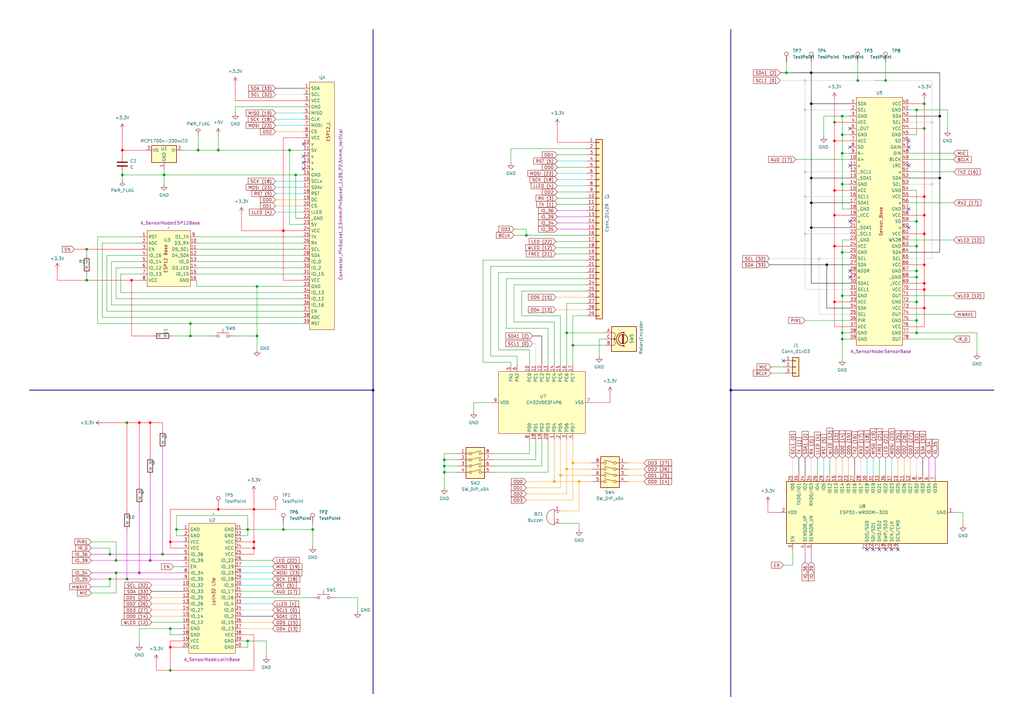
<source format=kicad_sch>
(kicad_sch (version 20230121) (generator eeschema)
  (paper "A3")
  (junction (at 379.095 126.365) (color 255 0 0 1))
  (junction (at 375.92 131.445))
  (junction (at 379.095 95.885) (color 255 0 0 1))
  (junction (at 382.27 75.565) (color 194 194 194 1))
  (junction (at 342.265 57.785) (color 255 0 0 1))
  (junction (at 339.09 108.585) (color 0 0 0 1))
  (junction (at 332.74 93.345) (color 0 0 0 1))
  (junction (at 47.625 234.95))
  (junction (at 105.41 137.795))
  (junction (at 53.975 114.935) (color 255 0 0 1))
  (junction (at 385.445 47.625) (color 0 0 0 1))
  (junction (at 379.095 80.645) (color 255 0 0 1))
  (junction (at 116.205 94.615) (color 255 0 0 1))
  (junction (at 379.095 116.205) (color 255 0 0 1))
  (junction (at 375.92 123.825))
  (junction (at 342.265 100.965) (color 255 0 0 1))
  (junction (at 330.2 70.485) (color 194 194 194 1))
  (junction (at 332.74 29.845) (color 0 0 0 1))
  (junction (at 342.265 78.105) (color 255 0 0 1))
  (junction (at 342.265 123.825) (color 255 0 0 1))
  (junction (at 104.14 222.25) (color 255 0 0 1))
  (junction (at 332.74 83.185) (color 0 0 0 1))
  (junction (at 52.07 237.49))
  (junction (at 45.085 237.49))
  (junction (at 89.535 61.595))
  (junction (at 52.07 173.355))
  (junction (at 47.625 229.87))
  (junction (at 351.79 33.02))
  (junction (at 379.095 42.545))
  (junction (at 118.745 61.595))
  (junction (at 153.035 160.02))
  (junction (at 379.095 108.585) (color 255 0 0 1))
  (junction (at 330.2 95.885) (color 194 194 194 1))
  (junction (at 375.92 136.525))
  (junction (at 78.105 137.795))
  (junction (at 345.44 139.065))
  (junction (at 81.28 61.595))
  (junction (at 182.245 193.675))
  (junction (at 385.445 73.025) (color 0 0 0 1))
  (junction (at 78.105 132.715))
  (junction (at 101.6 217.17))
  (junction (at 342.265 50.165))
  (junction (at 375.92 100.965))
  (junction (at 72.39 217.17))
  (junction (at 345.44 121.285))
  (junction (at 232.41 192.405) (color 255 153 0 1))
  (junction (at 61.595 173.355) (color 255 0 0 1))
  (junction (at 121.285 71.755))
  (junction (at 45.085 227.33))
  (junction (at 332.74 73.025) (color 0 0 0 1))
  (junction (at 345.44 62.865))
  (junction (at 69.85 257.81))
  (junction (at 345.44 55.245))
  (junction (at 67.31 71.755))
  (junction (at 375.92 113.665))
  (junction (at 330.2 45.085) (color 194 194 194 1))
  (junction (at 232.41 136.525))
  (junction (at 101.6 262.89))
  (junction (at 234.95 189.865) (color 255 153 0 1))
  (junction (at 104.14 224.79) (color 255 0 0 1))
  (junction (at 330.2 80.645) (color 194 194 194 1))
  (junction (at 66.675 227.33))
  (junction (at 69.85 274.955))
  (junction (at 335.915 106.045) (color 194 194 194 1))
  (junction (at 35.56 114.935))
  (junction (at 234.95 141.605))
  (junction (at 61.595 229.87) (color 194 0 194 1))
  (junction (at 345.44 47.625))
  (junction (at 229.87 194.945) (color 255 153 0 1))
  (junction (at 322.58 29.845))
  (junction (at 332.74 42.545) (color 0 0 0 1))
  (junction (at 35.56 102.235))
  (junction (at 382.27 50.165) (color 194 194 194 1))
  (junction (at 375.92 90.805))
  (junction (at 182.245 191.135))
  (junction (at 345.44 136.525))
  (junction (at 57.15 173.355) (color 255 0 0 1))
  (junction (at 342.265 88.265) (color 255 0 0 1))
  (junction (at 237.49 197.485) (color 255 153 0 1))
  (junction (at 215.9 96.52))
  (junction (at 182.245 188.595))
  (junction (at 227.33 197.485) (color 255 153 0 1))
  (junction (at 128.27 217.17))
  (junction (at 69.85 265.43) (color 255 0 0 1))
  (junction (at 299.72 160.02))
  (junction (at 105.41 117.475))
  (junction (at 89.535 208.915) (color 255 0 0 1))
  (junction (at 345.44 75.565))
  (junction (at 104.14 208.915) (color 255 0 0 1))
  (junction (at 379.095 52.705))
  (junction (at 379.095 118.745) (color 255 0 0 1))
  (junction (at 345.44 103.505))
  (junction (at 116.205 217.17))
  (junction (at 330.2 33.02) (color 194 194 194 1))
  (junction (at 50.165 61.595) (color 255 0 0 1))
  (junction (at 379.095 88.265) (color 255 0 0 1))
  (junction (at 375.92 45.085))
  (junction (at 50.165 71.755))
  (junction (at 375.92 111.125))
  (junction (at 363.22 33.02))
  (junction (at 69.85 222.25) (color 255 0 0 1))
  (junction (at 57.15 234.95) (color 194 0 194 1))
  (no_connect (at 124.46 64.135))
  (no_connect (at 348.615 90.805))
  (no_connect (at 358.14 225.425))
  (no_connect (at 348.615 67.945))
  (no_connect (at 372.745 93.345))
  (no_connect (at 348.615 52.705))
  (no_connect (at 348.615 113.665))
  (no_connect (at 124.46 59.055))
  (no_connect (at 360.68 225.425))
  (no_connect (at 124.46 66.675))
  (no_connect (at 365.76 225.425))
  (no_connect (at 372.745 85.725))
  (no_connect (at 372.745 67.945))
  (no_connect (at 124.46 69.215))
  (no_connect (at 372.745 57.785))
  (no_connect (at 348.615 60.325))
  (no_connect (at 321.31 147.955))
  (no_connect (at 363.22 225.425))
  (no_connect (at 348.615 111.125))
  (no_connect (at 372.745 60.325))
  (no_connect (at 368.3 225.425))
  (no_connect (at 355.6 225.425))
  (wire (pts (xy 182.245 191.135) (xy 182.245 193.675)))
  (wire (pts (xy 370.84 187.96) (xy 370.84 194.945)) (stroke (width 0) (color 255 153 0 1)))
  (wire (pts (xy 80.645 107.315) (xy 124.46 107.315)))
  (wire (pts (xy 385.445 29.845) (xy 385.445 47.625)) (stroke (width 0) (color 0 0 0 1)))
  (wire (pts (xy 337.82 194.945) (xy 337.82 187.96)) (stroke (width 0) (color 0 194 194 1)))
  (wire (pts (xy 348.615 133.985) (xy 342.265 133.985)) (stroke (width 0) (color 255 0 0 1)))
  (wire (pts (xy 62.23 247.65) (xy 74.93 247.65)) (stroke (width 0) (color 255 153 0 1)))
  (wire (pts (xy 372.745 100.965) (xy 375.92 100.965)))
  (wire (pts (xy 101.6 211.455) (xy 101.6 217.17)))
  (wire (pts (xy 61.595 173.355) (xy 61.595 187.325)) (stroke (width 0) (color 255 0 0 1)))
  (wire (pts (xy 348.615 73.025) (xy 332.74 73.025)) (stroke (width 0) (color 0 0 0 1)))
  (wire (pts (xy 332.74 116.205) (xy 332.74 93.345)) (stroke (width 0) (color 0 0 0 1)))
  (wire (pts (xy 372.745 136.525) (xy 375.92 136.525)))
  (wire (pts (xy 99.06 245.11) (xy 127.635 245.11)))
  (wire (pts (xy 320.04 33.02) (xy 330.2 33.02)) (stroke (width 0) (color 194 194 194 1)))
  (wire (pts (xy 89.535 207.645) (xy 89.535 208.915)) (stroke (width 0) (color 255 0 0 1)))
  (wire (pts (xy 227.33 132.08) (xy 227.33 149.86)))
  (wire (pts (xy 232.41 124.46) (xy 232.41 136.525)))
  (wire (pts (xy 210.82 93.98) (xy 215.9 93.98)))
  (wire (pts (xy 69.85 262.89) (xy 69.85 265.43)) (stroke (width 0) (color 255 0 0 1)))
  (wire (pts (xy 379.095 95.885) (xy 379.095 108.585)) (stroke (width 0) (color 255 0 0 1)))
  (wire (pts (xy 74.93 219.71) (xy 72.39 219.71)))
  (wire (pts (xy 41.91 99.695) (xy 41.91 130.175)))
  (wire (pts (xy 116.205 214.63) (xy 116.205 217.17)))
  (wire (pts (xy 375.92 55.245) (xy 372.745 55.245)))
  (wire (pts (xy 121.285 89.535) (xy 124.46 89.535)))
  (wire (pts (xy 113.03 81.915) (xy 124.46 81.915)) (stroke (width 0) (color 255 153 0 1)))
  (wire (pts (xy 124.46 48.895) (xy 113.03 48.895)) (stroke (width 0) (color 0 194 194 1)))
  (wire (pts (xy 372.745 45.085) (xy 375.92 45.085)))
  (wire (pts (xy 104.14 208.915) (xy 104.14 222.25)) (stroke (width 0) (color 255 0 0 1)))
  (wire (pts (xy 217.17 143.51) (xy 204.47 143.51)))
  (wire (pts (xy 347.98 194.945) (xy 347.98 187.96)) (stroke (width 0) (color 255 153 0 1)))
  (wire (pts (xy 375.92 100.965) (xy 375.92 111.125)))
  (wire (pts (xy 339.09 126.365) (xy 348.615 126.365)) (stroke (width 0) (color 0 0 0 1)))
  (wire (pts (xy 69.85 222.25) (xy 69.85 208.915)) (stroke (width 0) (color 255 0 0 1)))
  (wire (pts (xy 240.665 121.92) (xy 227.965 121.92)) (stroke (width 0) (color 255 153 0 1)))
  (wire (pts (xy 116.205 217.17) (xy 128.27 217.17)))
  (wire (pts (xy 53.975 114.935) (xy 53.975 137.795)) (stroke (width 0) (color 255 0 0 1)))
  (wire (pts (xy 30.48 102.235) (xy 35.56 102.235)) (stroke (width 0) (color 255 0 0 1)))
  (wire (pts (xy 382.27 75.565) (xy 372.745 75.565)) (stroke (width 0) (color 194 194 194 1)))
  (wire (pts (xy 43.815 127.635) (xy 124.46 127.635)))
  (wire (pts (xy 224.79 193.675) (xy 224.79 180.34)))
  (wire (pts (xy 40.005 132.715) (xy 78.105 132.715)))
  (wire (pts (xy 330.2 70.485) (xy 348.615 70.485)) (stroke (width 0) (color 194 194 194 1)))
  (wire (pts (xy 104.14 208.915) (xy 113.03 208.915)) (stroke (width 0) (color 255 0 0 1)))
  (wire (pts (xy 105.41 137.795) (xy 105.41 143.51)))
  (bus (pts (xy 12.065 160.02) (xy 153.035 160.02)))
  (wire (pts (xy 240.665 66.04) (xy 228.6 66.04)) (stroke (width 0) (color 0 194 194 1)))
  (wire (pts (xy 332.74 73.025) (xy 332.74 83.185)) (stroke (width 0) (color 0 0 0 1)))
  (wire (pts (xy 348.615 139.065) (xy 345.44 139.065)))
  (wire (pts (xy 330.2 45.085) (xy 330.2 70.485)) (stroke (width 0) (color 194 194 194 1)))
  (wire (pts (xy 342.265 123.825) (xy 348.615 123.825)) (stroke (width 0) (color 255 0 0 1)))
  (wire (pts (xy 57.785 112.395) (xy 49.53 112.395)))
  (wire (pts (xy 379.095 40.64) (xy 379.095 42.545)) (stroke (width 0) (color 255 0 0 1)))
  (wire (pts (xy 101.6 217.17) (xy 116.205 217.17)))
  (wire (pts (xy 330.2 95.885) (xy 348.615 95.885)) (stroke (width 0) (color 194 194 194 1)))
  (wire (pts (xy 240.665 127) (xy 227.965 127)) (stroke (width 0) (color 255 153 0 1)))
  (wire (pts (xy 116.205 94.615) (xy 124.46 94.615)) (stroke (width 0) (color 255 0 0 1)))
  (wire (pts (xy 99.06 229.87) (xy 111.76 229.87)))
  (wire (pts (xy 218.44 137.795) (xy 222.25 137.795)) (stroke (width 0) (color 0 0 0 1)))
  (wire (pts (xy 228.6 83.82) (xy 240.665 83.82)))
  (wire (pts (xy 342.265 40.64) (xy 342.265 50.165)) (stroke (width 0) (color 255 0 0 1)))
  (wire (pts (xy 62.23 245.11) (xy 74.93 245.11)) (stroke (width 0) (color 255 153 0 1)))
  (wire (pts (xy 118.745 61.595) (xy 124.46 61.595)))
  (wire (pts (xy 342.265 88.265) (xy 348.615 88.265)) (stroke (width 0) (color 255 0 0 1)))
  (wire (pts (xy 99.06 224.79) (xy 104.14 224.79)) (stroke (width 0) (color 255 0 0 1)))
  (wire (pts (xy 342.265 100.965) (xy 342.265 123.825)) (stroke (width 0) (color 255 0 0 1)))
  (wire (pts (xy 227.965 101.6) (xy 240.665 101.6)))
  (wire (pts (xy 113.03 53.975) (xy 124.46 53.975)) (stroke (width 0) (color 255 153 0 1)))
  (wire (pts (xy 348.615 100.965) (xy 342.265 100.965)) (stroke (width 0) (color 255 0 0 1)))
  (wire (pts (xy 372.745 139.065) (xy 391.16 139.065)))
  (wire (pts (xy 207.645 114.3) (xy 240.665 114.3)))
  (wire (pts (xy 57.15 257.81) (xy 57.15 264.16)))
  (wire (pts (xy 50.165 61.595) (xy 50.165 63.5)) (stroke (width 0) (color 255 0 0 1)))
  (wire (pts (xy 23.495 114.935) (xy 23.495 110.49)) (stroke (width 0) (color 255 0 0 1)))
  (wire (pts (xy 232.41 192.405) (xy 242.57 192.405)) (stroke (width 0) (color 255 153 0 1)))
  (wire (pts (xy 227.33 180.34) (xy 227.33 197.485)) (stroke (width 0) (color 255 153 0 1)))
  (wire (pts (xy 72.39 217.17) (xy 74.93 217.17)))
  (wire (pts (xy 340.36 187.96) (xy 340.36 194.945)))
  (wire (pts (xy 209.55 60.96) (xy 240.665 60.96)))
  (wire (pts (xy 70.485 137.795) (xy 78.105 137.795)))
  (wire (pts (xy 74.93 61.595) (xy 81.28 61.595)))
  (wire (pts (xy 245.745 139.065) (xy 248.285 139.065)))
  (wire (pts (xy 89.535 61.595) (xy 118.745 61.595)))
  (wire (pts (xy 69.85 208.915) (xy 89.535 208.915)) (stroke (width 0) (color 255 0 0 1)))
  (wire (pts (xy 124.46 36.195) (xy 113.03 36.195)) (stroke (width 0) (color 0 0 0 1)))
  (wire (pts (xy 345.44 103.505) (xy 345.44 98.425)))
  (wire (pts (xy 124.46 92.075) (xy 118.745 92.075)))
  (wire (pts (xy 248.285 136.525) (xy 232.41 136.525)))
  (wire (pts (xy 215.9 200.025) (xy 229.87 200.025)) (stroke (width 0) (color 255 153 0 1)))
  (wire (pts (xy 358.14 194.945) (xy 358.14 187.96)) (stroke (width 0) (color 0 194 194 1)))
  (wire (pts (xy 234.95 189.865) (xy 234.95 205.105)) (stroke (width 0) (color 255 153 0 1)))
  (wire (pts (xy 37.465 227.33) (xy 45.085 227.33)) (stroke (width 0) (color 194 0 194 1)))
  (wire (pts (xy 391.16 210.185) (xy 394.97 210.185)))
  (wire (pts (xy 57.15 173.355) (xy 61.595 173.355)) (stroke (width 0) (color 255 0 0 1)))
  (wire (pts (xy 385.445 47.625) (xy 385.445 73.025)) (stroke (width 0) (color 0 0 0 1)))
  (wire (pts (xy 50.165 53.34) (xy 50.165 61.595)) (stroke (width 0) (color 255 0 0 1)))
  (wire (pts (xy 45.085 237.49) (xy 52.07 237.49)) (stroke (width 0) (color 194 0 194 1)))
  (wire (pts (xy 372.745 123.825) (xy 375.92 123.825)))
  (wire (pts (xy 74.93 242.57) (xy 62.23 242.57)) (stroke (width 0) (color 0 0 0 1)))
  (wire (pts (xy 375.92 78.105) (xy 375.92 90.805)))
  (wire (pts (xy 228.6 86.36) (xy 240.665 86.36)) (stroke (width 0) (color 194 0 194 1)))
  (wire (pts (xy 52.07 237.49) (xy 74.93 237.49)) (stroke (width 0) (color 194 0 194 1)))
  (wire (pts (xy 72.39 217.17) (xy 72.39 211.455)))
  (wire (pts (xy 345.44 139.065) (xy 345.44 147.32)))
  (wire (pts (xy 57.15 173.355) (xy 57.15 199.39)) (stroke (width 0) (color 255 0 0 1)))
  (wire (pts (xy 342.265 78.105) (xy 342.265 88.265)) (stroke (width 0) (color 255 0 0 1)))
  (wire (pts (xy 335.28 187.96) (xy 335.28 194.945)))
  (wire (pts (xy 80.645 99.695) (xy 124.46 99.695)))
  (wire (pts (xy 45.72 125.095) (xy 124.46 125.095)))
  (wire (pts (xy 212.09 146.05) (xy 201.295 146.05)))
  (wire (pts (xy 342.9 194.945) (xy 342.9 187.96)) (stroke (width 0) (color 255 153 0 1)))
  (wire (pts (xy 80.645 102.235) (xy 124.46 102.235)))
  (wire (pts (xy 391.16 70.485) (xy 372.745 70.485)))
  (wire (pts (xy 372.745 90.805) (xy 375.92 90.805)))
  (wire (pts (xy 315.595 108.585) (xy 339.09 108.585)) (stroke (width 0) (color 0 0 0 1)))
  (wire (pts (xy 99.06 242.57) (xy 111.76 242.57)) (stroke (width 0) (color 0 194 0 1)))
  (wire (pts (xy 372.745 106.045) (xy 382.27 106.045)) (stroke (width 0) (color 194 194 194 1)))
  (wire (pts (xy 96.52 34.29) (xy 96.52 41.275)) (stroke (width 0) (color 255 0 0 1)))
  (wire (pts (xy 215.9 202.565) (xy 232.41 202.565)) (stroke (width 0) (color 255 153 0 1)))
  (wire (pts (xy 332.74 83.185) (xy 332.74 93.345)) (stroke (width 0) (color 0 0 0 1)))
  (wire (pts (xy 375.92 45.085) (xy 375.92 55.245)))
  (wire (pts (xy 187.325 193.675) (xy 182.245 193.675)))
  (wire (pts (xy 232.41 136.525) (xy 232.41 149.86)))
  (wire (pts (xy 351.79 33.02) (xy 363.22 33.02)) (stroke (width 0) (color 194 194 194 1)))
  (wire (pts (xy 227.33 197.485) (xy 237.49 197.485)) (stroke (width 0) (color 255 153 0 1)))
  (wire (pts (xy 337.82 47.625) (xy 337.82 55.88)))
  (wire (pts (xy 182.245 186.055) (xy 182.245 188.595)))
  (wire (pts (xy 198.12 148.59) (xy 198.12 106.68)))
  (wire (pts (xy 215.9 93.98) (xy 215.9 96.52)))
  (wire (pts (xy 351.79 33.02) (xy 352.425 33.02)))
  (wire (pts (xy 379.095 80.645) (xy 379.095 88.265)) (stroke (width 0) (color 255 0 0 1)))
  (wire (pts (xy 116.205 56.515) (xy 124.46 56.515)) (stroke (width 0) (color 255 0 0 1)))
  (wire (pts (xy 124.46 117.475) (xy 105.41 117.475)))
  (wire (pts (xy 237.49 197.485) (xy 237.49 209.55)) (stroke (width 0) (color 255 153 0 1)))
  (wire (pts (xy 43.815 104.775) (xy 43.815 127.635)))
  (wire (pts (xy 124.46 86.995) (xy 113.03 86.995)) (stroke (width 0) (color 0 194 194 1)))
  (wire (pts (xy 47.625 234.95) (xy 47.625 243.205)))
  (wire (pts (xy 219.71 140.97) (xy 219.71 149.86)) (stroke (width 0) (color 194 194 194 1)))
  (wire (pts (xy 227.965 104.14) (xy 240.665 104.14)))
  (wire (pts (xy 345.44 139.065) (xy 345.44 136.525)))
  (wire (pts (xy 45.72 107.315) (xy 45.72 125.095)))
  (wire (pts (xy 379.095 133.985) (xy 379.095 126.365)) (stroke (width 0) (color 255 0 0 1)))
  (wire (pts (xy 52.07 173.355) (xy 57.15 173.355)) (stroke (width 0) (color 255 0 0 1)))
  (wire (pts (xy 228.6 78.74) (xy 240.665 78.74)))
  (wire (pts (xy 187.325 188.595) (xy 182.245 188.595)))
  (wire (pts (xy 372.745 111.125) (xy 375.92 111.125)))
  (wire (pts (xy 372.745 116.205) (xy 379.095 116.205)) (stroke (width 0) (color 255 0 0 1)))
  (wire (pts (xy 187.325 191.135) (xy 182.245 191.135)))
  (wire (pts (xy 379.095 42.545) (xy 379.095 52.705)) (stroke (width 0) (color 255 0 0 1)))
  (wire (pts (xy 348.615 78.105) (xy 342.265 78.105)) (stroke (width 0) (color 255 0 0 1)))
  (wire (pts (xy 363.22 33.02) (xy 358.775 33.02)))
  (wire (pts (xy 61.595 173.355) (xy 66.675 173.355)) (stroke (width 0) (color 255 0 0 1)))
  (wire (pts (xy 101.6 217.17) (xy 101.6 219.71)))
  (wire (pts (xy 228.6 68.58) (xy 240.665 68.58)))
  (wire (pts (xy 379.095 118.745) (xy 379.095 126.365)) (stroke (width 0) (color 255 0 0 1)))
  (wire (pts (xy 146.685 245.11) (xy 146.685 250.825)))
  (wire (pts (xy 234.95 141.605) (xy 234.95 149.86)))
  (wire (pts (xy 182.245 193.675) (xy 182.245 200.025)))
  (wire (pts (xy 330.2 45.085) (xy 348.615 45.085)) (stroke (width 0) (color 194 194 194 1)))
  (wire (pts (xy 99.06 255.27) (xy 111.76 255.27)) (stroke (width 0) (color 255 153 0 1)))
  (wire (pts (xy 222.25 137.795) (xy 222.25 149.86)) (stroke (width 0) (color 0 0 0 1)))
  (wire (pts (xy 234.95 129.54) (xy 234.95 141.605)))
  (wire (pts (xy 375.92 131.445) (xy 372.745 131.445)))
  (wire (pts (xy 74.93 224.79) (xy 69.85 224.79)) (stroke (width 0) (color 255 0 0 1)))
  (wire (pts (xy 101.6 265.43) (xy 99.06 265.43)))
  (wire (pts (xy 345.44 47.625) (xy 345.44 55.245)))
  (wire (pts (xy 209.55 148.59) (xy 198.12 148.59)))
  (wire (pts (xy 375.92 111.125) (xy 375.92 113.665)))
  (wire (pts (xy 35.56 114.935) (xy 53.975 114.935)) (stroke (width 0) (color 255 0 0 1)))
  (wire (pts (xy 40.005 97.155) (xy 40.005 132.715)))
  (wire (pts (xy 322.58 29.845) (xy 320.04 29.845)) (stroke (width 0) (color 0 0 0 1)))
  (wire (pts (xy 325.12 194.945) (xy 325.12 187.96)) (stroke (width 0) (color 194 194 194 1)))
  (wire (pts (xy 53.975 137.795) (xy 62.865 137.795)) (stroke (width 0) (color 255 0 0 1)))
  (wire (pts (xy 69.85 257.81) (xy 69.85 260.35)))
  (wire (pts (xy 363.22 25.4) (xy 363.22 33.02)))
  (wire (pts (xy 37.465 234.95) (xy 47.625 234.95)) (stroke (width 0) (color 194 0 194 1)))
  (wire (pts (xy 71.12 232.41) (xy 74.93 232.41)))
  (wire (pts (xy 69.85 260.35) (xy 74.93 260.35)))
  (wire (pts (xy 237.49 214.63) (xy 237.49 217.17)))
  (wire (pts (xy 35.56 102.235) (xy 57.785 102.235)) (stroke (width 0) (color 255 0 0 1)))
  (wire (pts (xy 37.465 237.49) (xy 45.085 237.49)) (stroke (width 0) (color 194 0 194 1)))
  (wire (pts (xy 37.465 222.25) (xy 47.625 222.25)))
  (wire (pts (xy 325.12 231.775) (xy 325.12 225.425)))
  (wire (pts (xy 49.53 112.395) (xy 49.53 120.015)))
  (wire (pts (xy 202.565 188.595) (xy 219.71 188.595)))
  (wire (pts (xy 375.92 90.805) (xy 375.92 100.965)))
  (wire (pts (xy 96.52 137.795) (xy 105.41 137.795)))
  (wire (pts (xy 330.2 131.445) (xy 348.615 131.445)))
  (wire (pts (xy 332.74 42.545) (xy 332.74 73.025)) (stroke (width 0) (color 0 0 0 1)))
  (wire (pts (xy 109.22 262.89) (xy 109.22 269.24)))
  (wire (pts (xy 375.92 131.445) (xy 375.92 136.525)))
  (wire (pts (xy 62.23 255.27) (xy 74.93 255.27)))
  (wire (pts (xy 37.465 243.205) (xy 47.625 243.205)))
  (bus (pts (xy 299.72 160.02) (xy 299.72 285.75)))
  (wire (pts (xy 105.41 117.475) (xy 105.41 137.795)))
  (wire (pts (xy 332.74 225.425) (xy 332.74 230.505)) (stroke (width 0) (color 194 0 194 1)))
  (wire (pts (xy 101.6 262.89) (xy 101.6 265.43)))
  (wire (pts (xy 109.22 262.89) (xy 101.6 262.89)))
  (wire (pts (xy 330.2 118.745) (xy 330.2 95.885)) (stroke (width 0) (color 194 194 194 1)))
  (wire (pts (xy 57.15 257.81) (xy 69.85 257.81)))
  (wire (pts (xy 69.85 224.79) (xy 69.85 222.25)) (stroke (width 0) (color 255 0 0 1)))
  (wire (pts (xy 40.005 97.155) (xy 57.785 97.155)))
  (wire (pts (xy 104.14 227.33) (xy 104.14 224.79)) (stroke (width 0) (color 255 0 0 1)))
  (wire (pts (xy 360.68 187.96) (xy 360.68 194.945)))
  (wire (pts (xy 372.745 62.865) (xy 391.16 62.865)))
  (wire (pts (xy 37.465 229.87) (xy 47.625 229.87)) (stroke (width 0) (color 194 0 194 1)))
  (wire (pts (xy 80.645 109.855) (xy 124.46 109.855)))
  (wire (pts (xy 53.975 114.935) (xy 57.785 114.935)) (stroke (width 0) (color 255 0 0 1)))
  (wire (pts (xy 228.6 93.98) (xy 240.665 93.98)) (stroke (width 0) (color 194 0 194 1)))
  (wire (pts (xy 69.85 222.25) (xy 74.93 222.25)) (stroke (width 0) (color 255 0 0 1)))
  (wire (pts (xy 339.09 108.585) (xy 339.09 126.365)) (stroke (width 0) (color 0 0 0 1)))
  (wire (pts (xy 49.53 120.015) (xy 124.46 120.015)))
  (wire (pts (xy 210.82 116.84) (xy 240.665 116.84)))
  (wire (pts (xy 99.06 257.81) (xy 111.76 257.81)) (stroke (width 0) (color 255 153 0 1)))
  (wire (pts (xy 69.85 265.43) (xy 74.93 265.43)) (stroke (width 0) (color 255 0 0 1)))
  (wire (pts (xy 363.22 194.945) (xy 363.22 187.96)))
  (wire (pts (xy 237.49 197.485) (xy 242.57 197.485)) (stroke (width 0) (color 255 153 0 1)))
  (wire (pts (xy 52.07 217.17) (xy 52.07 237.49)) (stroke (width 0) (color 194 0 194 1)))
  (wire (pts (xy 342.265 133.985) (xy 342.265 123.825)) (stroke (width 0) (color 255 0 0 1)))
  (wire (pts (xy 187.325 186.055) (xy 182.245 186.055)))
  (wire (pts (xy 382.27 106.045) (xy 382.27 75.565)) (stroke (width 0) (color 194 194 194 1)))
  (wire (pts (xy 124.46 79.375) (xy 113.03 79.375)) (stroke (width 0) (color 0 194 194 1)))
  (wire (pts (xy 35.56 102.235) (xy 35.56 104.775)))
  (wire (pts (xy 345.44 62.865) (xy 348.615 62.865)))
  (wire (pts (xy 89.535 55.245) (xy 89.535 61.595)))
  (wire (pts (xy 345.44 55.245) (xy 348.615 55.245)))
  (wire (pts (xy 99.06 247.65) (xy 111.76 247.65)) (stroke (width 0) (color 0 194 194 1)))
  (wire (pts (xy 104.14 201.93) (xy 104.14 208.915)) (stroke (width 0) (color 255 0 0 1)))
  (wire (pts (xy 99.06 262.89) (xy 101.6 262.89)))
  (wire (pts (xy 66.675 184.15) (xy 66.675 227.33)) (stroke (width 0) (color 194 0 194 1)))
  (wire (pts (xy 104.14 260.35) (xy 104.14 274.955)) (stroke (width 0) (color 255 0 0 1)))
  (wire (pts (xy 202.565 186.055) (xy 217.17 186.055)))
  (wire (pts (xy 382.27 33.02) (xy 382.27 50.165)) (stroke (width 0) (color 194 194 194 1)))
  (wire (pts (xy 385.445 73.025) (xy 372.745 73.025)) (stroke (width 0) (color 0 0 0 1)))
  (wire (pts (xy 232.41 180.34) (xy 232.41 192.405)) (stroke (width 0) (color 255 153 0 1)))
  (wire (pts (xy 41.91 130.175) (xy 124.46 130.175)))
  (wire (pts (xy 351.79 25.4) (xy 351.79 33.02)))
  (wire (pts (xy 99.06 250.19) (xy 111.76 250.19)) (stroke (width 0) (color 194 194 194 1)))
  (wire (pts (xy 229.87 180.34) (xy 229.87 194.945)) (stroke (width 0) (color 255 153 0 1)))
  (wire (pts (xy 228.6 81.28) (xy 240.665 81.28)))
  (wire (pts (xy 45.085 240.665) (xy 45.085 237.49)))
  (wire (pts (xy 72.39 211.455) (xy 101.6 211.455)))
  (wire (pts (xy 348.615 50.165) (xy 342.265 50.165)) (stroke (width 0) (color 255 0 0 1)))
  (wire (pts (xy 57.785 99.695) (xy 41.91 99.695)))
  (wire (pts (xy 327.66 194.945) (xy 327.66 187.96)) (stroke (width 0) (color 0 0 0 1)))
  (wire (pts (xy 215.9 197.485) (xy 227.33 197.485)) (stroke (width 0) (color 255 153 0 1)))
  (wire (pts (xy 67.31 71.755) (xy 121.285 71.755)))
  (wire (pts (xy 372.745 47.625) (xy 385.445 47.625)) (stroke (width 0) (color 0 0 0 1)))
  (wire (pts (xy 345.44 103.505) (xy 345.44 121.285)))
  (wire (pts (xy 345.44 121.285) (xy 348.615 121.285)))
  (wire (pts (xy 99.06 94.615) (xy 116.205 94.615)) (stroke (width 0) (color 255 0 0 1)))
  (wire (pts (xy 348.615 75.565) (xy 345.44 75.565)))
  (wire (pts (xy 372.745 108.585) (xy 379.095 108.585)) (stroke (width 0) (color 255 0 0 1)))
  (wire (pts (xy 224.79 134.62) (xy 207.645 134.62)))
  (wire (pts (xy 69.85 274.955) (xy 69.85 265.43)) (stroke (width 0) (color 255 0 0 1)))
  (wire (pts (xy 69.85 274.955) (xy 64.135 274.955)) (stroke (width 0) (color 255 0 0 1)))
  (wire (pts (xy 372.745 121.285) (xy 391.16 121.285)))
  (wire (pts (xy 99.06 227.33) (xy 104.14 227.33)) (stroke (width 0) (color 255 0 0 1)))
  (wire (pts (xy 322.58 25.4) (xy 322.58 29.845)))
  (wire (pts (xy 332.74 29.845) (xy 385.445 29.845)) (stroke (width 0) (color 0 0 0 1)))
  (wire (pts (xy 113.03 208.915) (xy 113.03 207.645)) (stroke (width 0) (color 255 0 0 1)))
  (wire (pts (xy 80.645 104.775) (xy 124.46 104.775)))
  (wire (pts (xy 373.38 187.96) (xy 373.38 194.945)) (stroke (width 0) (color 255 153 0 1)))
  (wire (pts (xy 345.44 75.565) (xy 345.44 62.865)))
  (wire (pts (xy 330.2 225.425) (xy 330.2 230.505)) (stroke (width 0) (color 194 0 194 1)))
  (wire (pts (xy 372.745 88.265) (xy 379.095 88.265)) (stroke (width 0) (color 255 0 0 1)))
  (wire (pts (xy 348.615 108.585) (xy 339.09 108.585)) (stroke (width 0) (color 0 0 0 1)))
  (wire (pts (xy 337.82 47.625) (xy 345.44 47.625)))
  (wire (pts (xy 128.27 214.63) (xy 128.27 217.17)))
  (wire (pts (xy 316.23 150.495) (xy 321.31 150.495)))
  (wire (pts (xy 74.93 240.03) (xy 62.23 240.03)) (stroke (width 0) (color 194 194 194 1)))
  (wire (pts (xy 204.47 143.51) (xy 204.47 111.76)))
  (wire (pts (xy 210.82 132.08) (xy 210.82 116.84)))
  (wire (pts (xy 66.675 227.33) (xy 74.93 227.33)) (stroke (width 0) (color 194 0 194 1)))
  (wire (pts (xy 332.74 29.845) (xy 327.66 29.845)))
  (wire (pts (xy 228.6 91.44) (xy 240.665 91.44)) (stroke (width 0) (color 194 0 194 1)))
  (wire (pts (xy 213.995 119.38) (xy 213.995 129.54)))
  (wire (pts (xy 332.74 42.545) (xy 348.615 42.545)) (stroke (width 0) (color 0 0 0 1)))
  (wire (pts (xy 229.87 194.945) (xy 229.87 200.025)) (stroke (width 0) (color 255 153 0 1)))
  (wire (pts (xy 81.28 55.245) (xy 81.28 61.595)))
  (wire (pts (xy 227.33 132.08) (xy 210.82 132.08)))
  (wire (pts (xy 201.295 109.22) (xy 240.665 109.22)))
  (wire (pts (xy 78.105 132.715) (xy 124.46 132.715)))
  (wire (pts (xy 330.2 33.02) (xy 330.2 45.085)) (stroke (width 0) (color 194 194 194 1)))
  (wire (pts (xy 229.87 129.54) (xy 229.87 149.86)))
  (wire (pts (xy 202.565 193.675) (xy 224.79 193.675)))
  (wire (pts (xy 47.625 222.25) (xy 47.625 229.87)))
  (wire (pts (xy 104.14 222.25) (xy 99.06 222.25)) (stroke (width 0) (color 255 0 0 1)))
  (wire (pts (xy 228.6 51.435) (xy 228.6 58.42)) (stroke (width 0) (color 255 0 0 1)))
  (wire (pts (xy 57.785 109.855) (xy 47.625 109.855)))
  (wire (pts (xy 64.135 274.955) (xy 64.135 271.145)) (stroke (width 0) (color 255 0 0 1)))
  (wire (pts (xy 257.81 197.485) (xy 264.16 197.485)) (stroke (width 0) (color 255 153 0 1)))
  (wire (pts (xy 400.685 136.525) (xy 375.92 136.525)))
  (wire (pts (xy 121.285 71.755) (xy 124.46 71.755)))
  (wire (pts (xy 96.52 46.355) (xy 96.52 43.815)))
  (wire (pts (xy 240.665 76.2) (xy 228.6 76.2)) (stroke (width 0) (color 0 194 194 1)))
  (wire (pts (xy 74.93 257.81) (xy 69.85 257.81)))
  (wire (pts (xy 215.9 205.105) (xy 234.95 205.105)) (stroke (width 0) (color 255 153 0 1)))
  (wire (pts (xy 348.615 118.745) (xy 330.2 118.745)) (stroke (width 0) (color 194 194 194 1)))
  (wire (pts (xy 355.6 194.945) (xy 355.6 187.96)) (stroke (width 0) (color 0 194 194 1)))
  (wire (pts (xy 62.23 252.73) (xy 74.93 252.73)) (stroke (width 0) (color 255 153 0 1)))
  (wire (pts (xy 322.58 29.845) (xy 332.74 29.845)) (stroke (width 0) (color 0 0 0 1)))
  (wire (pts (xy 314.96 206.375) (xy 314.96 210.185)) (stroke (width 0) (color 255 0 0 1)))
  (wire (pts (xy 62.23 250.19) (xy 74.93 250.19)) (stroke (width 0) (color 255 153 0 1)))
  (wire (pts (xy 47.625 109.855) (xy 47.625 122.555)))
  (wire (pts (xy 101.6 219.71) (xy 99.06 219.71)))
  (wire (pts (xy 124.46 76.835) (xy 113.03 76.835)) (stroke (width 0) (color 0 194 194 1)))
  (wire (pts (xy 50.165 71.755) (xy 50.165 73.66)))
  (wire (pts (xy 345.44 136.525) (xy 348.615 136.525)))
  (wire (pts (xy 372.745 95.885) (xy 379.095 95.885)) (stroke (width 0) (color 255 0 0 1)))
  (wire (pts (xy 385.445 103.505) (xy 385.445 73.025)) (stroke (width 0) (color 0 0 0 1)))
  (wire (pts (xy 240.665 96.52) (xy 215.9 96.52)))
  (wire (pts (xy 345.44 75.565) (xy 345.44 85.725)))
  (wire (pts (xy 121.285 89.535) (xy 121.285 71.755)))
  (wire (pts (xy 348.615 116.205) (xy 332.74 116.205)) (stroke (width 0) (color 0 0 0 1)))
  (wire (pts (xy 372.745 78.105) (xy 375.92 78.105)))
  (wire (pts (xy 378.46 194.945) (xy 378.46 187.96)) (stroke (width 0) (color 0 0 0 1)))
  (wire (pts (xy 330.2 95.885) (xy 330.2 80.645)) (stroke (width 0) (color 194 194 194 1)))
  (wire (pts (xy 372.745 113.665) (xy 375.92 113.665)))
  (wire (pts (xy 198.12 106.68) (xy 240.665 106.68)))
  (wire (pts (xy 394.97 210.185) (xy 394.97 215.265)))
  (wire (pts (xy 194.31 168.91) (xy 194.31 165.1)))
  (wire (pts (xy 116.205 114.935) (xy 124.46 114.935)) (stroke (width 0) (color 255 0 0 1)))
  (wire (pts (xy 99.06 237.49) (xy 111.76 237.49)) (stroke (width 0) (color 0 194 194 1)))
  (wire (pts (xy 257.81 189.865) (xy 264.16 189.865)) (stroke (width 0) (color 255 153 0 1)))
  (wire (pts (xy 52.07 173.355) (xy 52.07 209.55)) (stroke (width 0) (color 255 0 0 1)))
  (wire (pts (xy 201.295 146.05) (xy 201.295 109.22)))
  (wire (pts (xy 381 187.96) (xy 381 194.945)) (stroke (width 0) (color 194 0 194 1)))
  (wire (pts (xy 113.03 84.455) (xy 124.46 84.455)) (stroke (width 0) (color 255 153 0 1)))
  (wire (pts (xy 194.31 165.1) (xy 201.93 165.1)))
  (wire (pts (xy 322.58 29.845) (xy 323.85 29.845)))
  (wire (pts (xy 375.92 45.085) (xy 388.62 45.085)))
  (wire (pts (xy 345.44 187.96) (xy 345.44 194.945)) (stroke (width 0) (color 255 153 0 1)))
  (wire (pts (xy 372.745 50.165) (xy 382.27 50.165)) (stroke (width 0) (color 194 194 194 1)))
  (wire (pts (xy 335.915 106.045) (xy 348.615 106.045)) (stroke (width 0) (color 194 194 194 1)))
  (wire (pts (xy 99.06 87.63) (xy 99.06 94.615)) (stroke (width 0) (color 255 0 0 1)))
  (wire (pts (xy 372.745 98.425) (xy 391.16 98.425)))
  (wire (pts (xy 228.6 63.5) (xy 240.665 63.5)))
  (wire (pts (xy 228.6 58.42) (xy 240.665 58.42)) (stroke (width 0) (color 255 0 0 1)))
  (wire (pts (xy 365.76 194.945) (xy 365.76 187.96)) (stroke (width 0) (color 0 194 194 1)))
  (wire (pts (xy 104.14 274.955) (xy 69.85 274.955)) (stroke (width 0) (color 255 0 0 1)))
  (wire (pts (xy 104.14 222.25) (xy 104.14 224.79)) (stroke (width 0) (color 255 0 0 1)))
  (wire (pts (xy 335.915 106.045) (xy 335.915 128.905)) (stroke (width 0) (color 194 194 194 1)))
  (wire (pts (xy 218.44 140.97) (xy 219.71 140.97)) (stroke (width 0) (color 194 194 194 1)))
  (wire (pts (xy 345.44 62.865) (xy 345.44 55.245)))
  (wire (pts (xy 61.595 229.87) (xy 74.93 229.87)) (stroke (width 0) (color 194 0 194 1)))
  (wire (pts (xy 72.39 219.71) (xy 72.39 217.17)))
  (wire (pts (xy 61.595 194.945) (xy 61.595 229.87)) (stroke (width 0) (color 194 0 194 1)))
  (wire (pts (xy 99.06 240.03) (xy 111.76 240.03)) (stroke (width 0) (color 0 194 194 1)))
  (bus (pts (xy 153.035 284.48) (xy 153.035 160.02)))
  (wire (pts (xy 335.915 128.905) (xy 348.615 128.905)) (stroke (width 0) (color 194 194 194 1)))
  (wire (pts (xy 372.745 118.745) (xy 379.095 118.745)) (stroke (width 0) (color 255 0 0 1)))
  (wire (pts (xy 379.095 108.585) (xy 379.095 116.205)) (stroke (width 0) (color 255 0 0 1)))
  (wire (pts (xy 99.06 217.17) (xy 101.6 217.17)))
  (wire (pts (xy 67.31 71.755) (xy 67.31 75.565)))
  (wire (pts (xy 99.06 252.73) (xy 111.76 252.73)) (stroke (width 0) (color 0 0 0 1)))
  (wire (pts (xy 379.095 126.365) (xy 372.745 126.365)) (stroke (width 0) (color 255 0 0 1)))
  (wire (pts (xy 391.16 128.905) (xy 372.745 128.905)))
  (wire (pts (xy 368.3 187.96) (xy 368.3 194.945)) (stroke (width 0) (color 255 153 0 1)))
  (wire (pts (xy 382.27 50.165) (xy 382.27 75.565)) (stroke (width 0) (color 194 194 194 1)))
  (wire (pts (xy 96.52 41.275) (xy 124.46 41.275)) (stroke (width 0) (color 255 0 0 1)))
  (wire (pts (xy 321.31 231.775) (xy 325.12 231.775)))
  (wire (pts (xy 383.54 187.96) (xy 383.54 194.945)) (stroke (width 0) (color 194 0 194 1)))
  (wire (pts (xy 47.625 122.555) (xy 124.46 122.555)))
  (wire (pts (xy 215.9 96.52) (xy 210.82 96.52)))
  (wire (pts (xy 342.265 50.165) (xy 342.265 57.785)) (stroke (width 0) (color 255 0 0 1)))
  (wire (pts (xy 80.645 112.395) (xy 124.46 112.395)))
  (wire (pts (xy 314.96 210.185) (xy 320.04 210.185)) (stroke (width 0) (color 255 0 0 1)))
  (wire (pts (xy 116.205 56.515) (xy 116.205 94.615)) (stroke (width 0) (color 255 0 0 1)))
  (wire (pts (xy 47.625 234.95) (xy 57.15 234.95)) (stroke (width 0) (color 194 0 194 1)))
  (wire (pts (xy 332.74 25.4) (xy 332.74 29.845)))
  (wire (pts (xy 124.46 51.435) (xy 113.03 51.435)) (stroke (width 0) (color 0 194 194 1)))
  (wire (pts (xy 41.91 173.355) (xy 52.07 173.355)) (stroke (width 0) (color 255 0 0 1)))
  (wire (pts (xy 204.47 111.76) (xy 240.665 111.76)))
  (wire (pts (xy 212.09 149.86) (xy 212.09 146.05)))
  (wire (pts (xy 78.105 137.795) (xy 86.36 137.795)))
  (wire (pts (xy 240.665 73.66) (xy 228.6 73.66)) (stroke (width 0) (color 0 194 194 1)))
  (wire (pts (xy 37.465 240.665) (xy 45.085 240.665)))
  (wire (pts (xy 332.74 83.185) (xy 348.615 83.185)) (stroke (width 0) (color 0 0 0 1)))
  (wire (pts (xy 250.19 161.29) (xy 250.19 165.1)) (stroke (width 0) (color 255 0 0 1)))
  (wire (pts (xy 182.245 188.595) (xy 182.245 191.135)))
  (wire (pts (xy 257.81 194.945) (xy 264.16 194.945)) (stroke (width 0) (color 255 153 0 1)))
  (wire (pts (xy 232.41 202.565) (xy 232.41 192.405)) (stroke (width 0) (color 255 153 0 1)))
  (wire (pts (xy 375.92 194.945) (xy 375.92 187.96)) (stroke (width 0) (color 194 194 194 1)))
  (wire (pts (xy 375.92 123.825) (xy 375.92 131.445)))
  (wire (pts (xy 372.745 133.985) (xy 379.095 133.985)) (stroke (width 0) (color 255 0 0 1)))
  (wire (pts (xy 124.46 74.295) (xy 113.03 74.295)) (stroke (width 0) (color 0 194 194 1)))
  (wire (pts (xy 234.95 180.34) (xy 234.95 189.865)) (stroke (width 0) (color 255 153 0 1)))
  (wire (pts (xy 372.745 103.505) (xy 385.445 103.505)) (stroke (width 0) (color 0 0 0 1)))
  (wire (pts (xy 37.465 224.79) (xy 45.085 224.79)))
  (wire (pts (xy 45.085 224.79) (xy 45.085 227.33)))
  (wire (pts (xy 242.57 165.1) (xy 250.19 165.1)) (stroke (width 0) (color 255 0 0 1)))
  (wire (pts (xy 240.665 71.12) (xy 228.6 71.12)) (stroke (width 0) (color 0 194 194 1)))
  (wire (pts (xy 78.105 132.715) (xy 78.105 137.795)))
  (wire (pts (xy 257.81 192.405) (xy 264.16 192.405)) (stroke (width 0) (color 255 153 0 1)))
  (wire (pts (xy 45.085 227.33) (xy 66.675 227.33)) (stroke (width 0) (color 194 0 194 1)))
  (wire (pts (xy 124.46 46.355) (xy 113.03 46.355)) (stroke (width 0) (color 0 194 194 1)))
  (wire (pts (xy 348.615 47.625) (xy 345.44 47.625)))
  (wire (pts (xy 74.93 262.89) (xy 69.85 262.89)) (stroke (width 0) (color 255 0 0 1)))
  (wire (pts (xy 118.745 61.595) (xy 118.745 92.075)))
  (wire (pts (xy 345.44 85.725) (xy 348.615 85.725)))
  (wire (pts (xy 342.265 88.265) (xy 342.265 100.965)) (stroke (width 0) (color 255 0 0 1)))
  (wire (pts (xy 375.92 113.665) (xy 375.92 123.825)))
  (wire (pts (xy 219.71 188.595) (xy 219.71 180.34)))
  (wire (pts (xy 137.795 245.11) (xy 146.685 245.11)))
  (wire (pts (xy 222.25 191.135) (xy 222.25 180.34)))
  (wire (pts (xy 379.095 88.265) (xy 379.095 95.885)) (stroke (width 0) (color 255 0 0 1)))
  (bus (pts (xy 153.035 12.065) (xy 153.035 160.02)))
  (wire (pts (xy 240.665 99.06) (xy 227.965 99.06)))
  (wire (pts (xy 348.615 57.785) (xy 342.265 57.785)) (stroke (width 0) (color 255 0 0 1)))
  (wire (pts (xy 348.615 65.405) (xy 326.39 65.405)))
  (wire (pts (xy 89.535 208.915) (xy 104.14 208.915)) (stroke (width 0) (color 255 0 0 1)))
  (wire (pts (xy 330.2 80.645) (xy 348.615 80.645)) (stroke (width 0) (color 194 194 194 1)))
  (wire (pts (xy 237.49 214.63) (xy 229.87 214.63)))
  (wire (pts (xy 124.46 38.735) (xy 113.03 38.735)) (stroke (width 0) (color 194 194 194 1)))
  (wire (pts (xy 350.52 194.945) (xy 350.52 187.96)) (stroke (width 0) (color 0 0 0 1)))
  (wire (pts (xy 379.095 116.205) (xy 379.095 118.745)) (stroke (width 0) (color 255 0 0 1)))
  (wire (pts (xy 217.17 186.055) (xy 217.17 180.34)))
  (wire (pts (xy 237.49 209.55) (xy 229.87 209.55)) (stroke (width 0) (color 255 153 0 1)))
  (wire (pts (xy 80.645 97.155) (xy 124.46 97.155)))
  (wire (pts (xy 57.15 234.95) (xy 74.93 234.95)) (stroke (width 0) (color 194 0 194 1)))
  (wire (pts (xy 372.745 80.645) (xy 379.095 80.645)) (stroke (width 0) (color 255 0 0 1)))
  (wire (pts (xy 217.17 149.86) (xy 217.17 143.51)))
  (wire (pts (xy 23.495 114.935) (xy 35.56 114.935)) (stroke (width 0) (color 255 0 0 1)))
  (bus (pts (xy 407.67 160.02) (xy 299.72 160.02)))
  (wire (pts (xy 345.44 98.425) (xy 348.615 98.425)))
  (wire (pts (xy 372.745 52.705) (xy 379.095 52.705)) (stroke (width 0) (color 255 0 0 1)))
  (wire (pts (xy 315.595 106.045) (xy 335.915 106.045)) (stroke (width 0) (color 194 194 194 1)))
  (wire (pts (xy 96.52 43.815) (xy 124.46 43.815)))
  (wire (pts (xy 80.645 117.475) (xy 105.41 117.475)))
  (wire (pts (xy 209.55 148.59) (xy 209.55 149.86)))
  (wire (pts (xy 99.06 232.41) (xy 111.76 232.41)) (stroke (width 0) (color 0 194 194 1)))
  (wire (pts (xy 224.79 134.62) (xy 224.79 149.86)))
  (wire (pts (xy 57.15 207.01) (xy 57.15 234.95)) (stroke (width 0) (color 194 0 194 1)))
  (wire (pts (xy 330.2 33.02) (xy 351.79 33.02)) (stroke (width 0) (color 194 194 194 1)))
  (wire (pts (xy 128.27 217.17) (xy 128.27 224.155)))
  (wire (pts (xy 372.745 83.185) (xy 391.16 83.185)))
  (wire (pts (xy 353.06 194.945) (xy 353.06 187.96)) (stroke (width 0) (color 194 194 194 1)))
  (wire (pts (xy 342.265 57.785) (xy 342.265 78.105)) (stroke (width 0) (color 255 0 0 1)))
  (wire (pts (xy 234.95 189.865) (xy 242.57 189.865)) (stroke (width 0) (color 255 153 0 1)))
  (wire (pts (xy 330.2 80.645) (xy 330.2 70.485)) (stroke (width 0) (color 194 194 194 1)))
  (wire (pts (xy 57.785 107.315) (xy 45.72 107.315)))
  (wire (pts (xy 228.6 88.9) (xy 240.665 88.9)) (stroke (width 0) (color 194 0 194 1)))
  (wire (pts (xy 116.205 94.615) (xy 116.205 114.935)) (stroke (width 0) (color 255 0 0 1)))
  (wire (pts (xy 332.74 194.945) (xy 332.74 187.96)) (stroke (width 0) (color 194 194 194 1)))
  (wire (pts (xy 332.74 29.845) (xy 332.74 42.545)) (stroke (width 0) (color 0 0 0 1)))
  (wire (pts (xy 207.645 134.62) (xy 207.645 114.3)))
  (wire (pts (xy 229.87 194.945) (xy 242.57 194.945)) (stroke (width 0) (color 255 153 0 1)))
  (wire (pts (xy 345.44 121.285) (xy 345.44 136.525)))
  (wire (pts (xy 67.31 69.215) (xy 67.31 71.755)))
  (wire (pts (xy 372.745 42.545) (xy 379.095 42.545)) (stroke (width 0) (color 255 0 0 1)))
  (wire (pts (xy 81.28 61.595) (xy 89.535 61.595)))
  (wire (pts (xy 47.625 229.87) (xy 61.595 229.87)) (stroke (width 0) (color 194 0 194 1)))
  (wire (pts (xy 363.22 33.02) (xy 382.27 33.02)) (stroke (width 0) (color 194 194 194 1)))
  (bus (pts (xy 299.72 12.065) (xy 299.72 160.02)))
  (wire (pts (xy 80.645 117.475) (xy 80.645 114.935)))
  (wire (pts (xy 372.745 65.405) (xy 391.16 65.405)))
  (wire (pts (xy 202.565 191.135) (xy 222.25 191.135)))
  (wire (pts (xy 57.785 104.775) (xy 43.815 104.775)))
  (wire (pts (xy 332.74 93.345) (xy 348.615 93.345)) (stroke (width 0) (color 0 0 0 1)))
  (wire (pts (xy 400.685 136.525) (xy 400.685 144.78)))
  (wire (pts (xy 209.55 60.96) (xy 209.55 66.675)))
  (wire (pts (xy 50.165 71.755) (xy 67.31 71.755)))
  (wire (pts (xy 248.285 141.605) (xy 234.95 141.605)))
  (wire (pts (xy 232.41 124.46) (xy 240.665 124.46)))
  (wire (pts (xy 348.615 103.505) (xy 345.44 103.505)))
  (wire (pts (xy 99.06 260.35) (xy 104.14 260.35)) (stroke (width 0) (color 255 0 0 1)))
  (wire (pts (xy 240.665 129.54) (xy 234.95 129.54)))
  (wire (pts (xy 245.745 139.065) (xy 245.745 146.05)))
  (wire (pts (xy 50.165 61.595) (xy 59.69 61.595)) (stroke (width 0) (color 255 0 0 1)))
  (wire (pts (xy 213.995 129.54) (xy 229.87 129.54)))
  (wire (pts (xy 99.06 234.95) (xy 111.76 234.95)) (stroke (width 0) (color 0 194 194 1)))
  (wire (pts (xy 379.095 52.705) (xy 379.095 80.645)) (stroke (width 0) (color 255 0 0 1)))
  (wire (pts (xy 240.665 119.38) (xy 213.995 119.38)))
  (wire (pts (xy 35.56 112.395) (xy 35.56 114.935)))
  (wire (pts (xy 50.165 71.755) (xy 50.165 71.12)))
  (wire (pts (xy 66.675 176.53) (xy 66.675 173.355)) (stroke (width 0) (color 255 0 0 1)))
  (wire (pts (xy 330.2 194.945) (xy 330.2 187.96)) (stroke (width 0) (color 0 0 0 1)))
  (wire (pts (xy 388.62 45.085) (xy 388.62 53.34)))
  (wire (pts (xy 316.23 153.035) (xy 321.31 153.035)))
  (global_label "TX (1)" (shape input) (at 228.6 83.82 180) (property "Intersheetrefs" "${INTERSHEET_REFS}" (effects hide)))
  (global_label "MOSI (23)" (shape input) (at 113.03 76.835 180) (property "Intersheetrefs" "${INTERSHEET_REFS}" (effects hide)))
  (global_label "BCLK" (shape input) (at 391.16 65.405 0) (property "Intersheetrefs" "${INTERSHEET_REFS}" (effects hide)))
  (global_label "mWAV1" (shape input) (at 391.16 128.905 0) (property "Intersheetrefs" "${INTERSHEET_REFS}" (effects hide)))
  (global_label "OD3 (27)" (shape input) (at 373.38 187.96 90) (property "Intersheetrefs" "${INTERSHEET_REFS}" (effects hide)))
  (global_label "SCK (18)" (shape input) (at 113.03 74.295 180) (property "Intersheetrefs" "${INTERSHEET_REFS}" (effects hide)))
  (global_label "IR_0" (shape input) (at 391.16 139.065 0) (property "Intersheetrefs" "${INTERSHEET_REFS}" (effects hide)))
  (global_label "OD2 (26)" (shape input) (at 264.16 192.405 0) (property "Intersheetrefs" "${INTERSHEET_REFS}" (effects hide)))
  (global_label "SCL (32)" (shape input) (at 375.92 187.96 90) (property "Intersheetrefs" "${INTERSHEET_REFS}" (effects hide)))
  (global_label "SDA (33)" (shape input) (at 113.03 36.195 180) (property "Intersheetrefs" "${INTERSHEET_REFS}" (effects hide)))
  (global_label "LLED (4)" (shape input) (at 113.03 86.995 180) (property "Intersheetrefs" "${INTERSHEET_REFS}" (effects hide)))
  (global_label "LED (22)" (shape input) (at 363.22 187.96 90) (property "Intersheetrefs" "${INTERSHEET_REFS}" (effects hide)))
  (global_label "MIC" (shape input) (at 37.465 243.205 180) (property "Intersheetrefs" "${INTERSHEET_REFS}" (effects hide)))
  (global_label "RST (5)" (shape input) (at 228.6 66.04 180) (property "Intersheetrefs" "${INTERSHEET_REFS}" (effects hide)))
  (global_label "IO_39" (shape input) (at 228.6 88.9 180) (property "Intersheetrefs" "${INTERSHEET_REFS}" (effects hide)))
  (global_label "FREE (21)" (shape input) (at 227.965 104.14 180) (property "Intersheetrefs" "${INTERSHEET_REFS}" (effects hide)))
  (global_label "SDA (33)" (shape input) (at 62.23 242.57 180) (property "Intersheetrefs" "${INTERSHEET_REFS}" (effects hide)))
  (global_label "SDA (33)" (shape input) (at 315.595 108.585 180) (property "Intersheetrefs" "${INTERSHEET_REFS}" (effects hide)))
  (global_label "mWAV1" (shape input) (at 37.465 240.665 180) (property "Intersheetrefs" "${INTERSHEET_REFS}" (effects hide)))
  (global_label "MISO (19)" (shape input) (at 111.76 232.41 0) (property "Intersheetrefs" "${INTERSHEET_REFS}" (effects hide)))
  (global_label "SCK (18)" (shape input) (at 355.6 187.96 90) (property "Intersheetrefs" "${INTERSHEET_REFS}" (effects hide)))
  (global_label "PIR1" (shape input) (at 330.2 131.445 180) (property "Intersheetrefs" "${INTERSHEET_REFS}" (effects hide)))
  (global_label "BCLK" (shape input) (at 316.23 153.035 180) (property "Intersheetrefs" "${INTERSHEET_REFS}" (effects hide)))
  (global_label "OD0 (14)" (shape input) (at 62.23 252.73 180) (property "Intersheetrefs" "${INTERSHEET_REFS}" (effects hide)))
  (global_label "IO_36" (shape input) (at 37.465 227.33 180) (property "Intersheetrefs" "${INTERSHEET_REFS}" (effects hide)))
  (global_label "SDA1 (2)" (shape input) (at 330.2 187.96 90) (property "Intersheetrefs" "${INTERSHEET_REFS}" (effects hide)))
  (global_label "OD1 (25)" (shape input) (at 62.23 245.11 180) (property "Intersheetrefs" "${INTERSHEET_REFS}" (effects hide)))
  (global_label "IO_35" (shape input) (at 228.6 93.98 180) (property "Intersheetrefs" "${INTERSHEET_REFS}" (effects hide)))
  (global_label "OD3" (shape input) (at 215.9 205.105 180) (property "Intersheetrefs" "${INTERSHEET_REFS}" (effects hide)))
  (global_label "OD3 (27)" (shape input) (at 62.23 250.19 180) (property "Intersheetrefs" "${INTERSHEET_REFS}" (effects hide)))
  (global_label "RX (3)" (shape input) (at 228.6 81.28 180) (property "Intersheetrefs" "${INTERSHEET_REFS}" (effects hide)))
  (global_label "SDA1 (2)" (shape input) (at 111.76 252.73 0) (property "Intersheetrefs" "${INTERSHEET_REFS}" (effects hide)))
  (global_label "OD2 (26)" (shape input) (at 62.23 247.65 180) (property "Intersheetrefs" "${INTERSHEET_REFS}" (effects hide)))
  (global_label "OD3 (27)" (shape input) (at 264.16 189.865 0) (property "Intersheetrefs" "${INTERSHEET_REFS}" (effects hide)))
  (global_label "IO_35" (shape input) (at 383.54 187.96 90) (property "Intersheetrefs" "${INTERSHEET_REFS}" (effects hide)))
  (global_label "SCK (18)" (shape input) (at 228.6 73.66 180) (property "Intersheetrefs" "${INTERSHEET_REFS}" (effects hide)))
  (global_label "OD1" (shape input) (at 215.9 200.025 180) (property "Intersheetrefs" "${INTERSHEET_REFS}" (effects hide)))
  (global_label "WLED (12)" (shape input) (at 62.23 255.27 180) (property "Intersheetrefs" "${INTERSHEET_REFS}" (effects hide)))
  (global_label "LED (22)" (shape input) (at 227.965 99.06 180) (property "Intersheetrefs" "${INTERSHEET_REFS}" (effects hide)))
  (global_label "SDA (33)" (shape input) (at 378.46 187.96 90) (property "Intersheetrefs" "${INTERSHEET_REFS}" (effects hide)))
  (global_label "IO_39" (shape input) (at 332.74 230.505 270) (property "Intersheetrefs" "${INTERSHEET_REFS}" (effects hide)))
  (global_label "OD4 (13)" (shape input) (at 111.76 257.81 0) (property "Intersheetrefs" "${INTERSHEET_REFS}" (effects hide)))
  (global_label "AUD (17)" (shape input) (at 326.39 65.405 180) (property "Intersheetrefs" "${INTERSHEET_REFS}" (effects hide)))
  (global_label "IO_36" (shape input) (at 228.6 86.36 180) (property "Intersheetrefs" "${INTERSHEET_REFS}" (effects hide)))
  (global_label "SDA1 (2)" (shape input) (at 320.04 29.845 180) (property "Intersheetrefs" "${INTERSHEET_REFS}" (effects hide)))
  (global_label "SCL1 (0)" (shape input) (at 218.44 140.97 180) (property "Intersheetrefs" "${INTERSHEET_REFS}" (effects hide)))
  (global_label "FREE (21)" (shape input) (at 360.68 187.96 90) (property "Intersheetrefs" "${INTERSHEET_REFS}" (effects hide)))
  (global_label "IO_39" (shape input) (at 37.465 229.87 180) (property "Intersheetrefs" "${INTERSHEET_REFS}" (effects hide)))
  (global_label "RST (5)" (shape input) (at 111.76 240.03 0) (property "Intersheetrefs" "${INTERSHEET_REFS}" (effects hide)))
  (global_label "LLED (4)" (shape input) (at 228.6 76.2 180) (property "Intersheetrefs" "${INTERSHEET_REFS}" (effects hide)))
  (global_label "IO_34" (shape input) (at 381 187.96 90) (property "Intersheetrefs" "${INTERSHEET_REFS}" (effects hide)))
  (global_label "OD5 (15)" (shape input) (at 111.76 255.27 0) (property "Intersheetrefs" "${INTERSHEET_REFS}" (effects hide)))
  (global_label "LED (22)" (shape input) (at 111.76 229.87 0) (property "Intersheetrefs" "${INTERSHEET_REFS}" (effects hide)))
  (global_label "OD0" (shape input) (at 113.03 81.915 180) (property "Intersheetrefs" "${INTERSHEET_REFS}" (effects hide)))
  (global_label "AUD (17)" (shape input) (at 111.76 242.57 0) (property "Intersheetrefs" "${INTERSHEET_REFS}" (effects hide)))
  (global_label "MOSI (23)" (shape input) (at 365.76 187.96 90) (property "Intersheetrefs" "${INTERSHEET_REFS}" (effects hide)))
  (global_label "RST (5)" (shape input) (at 337.82 187.96 90) (property "Intersheetrefs" "${INTERSHEET_REFS}" (effects hide)))
  (global_label "SCL (32)" (shape input) (at 62.23 240.03 180) (property "Intersheetrefs" "${INTERSHEET_REFS}" (effects hide)))
  (global_label "MOSI (23)" (shape input) (at 113.03 51.435 180) (property "Intersheetrefs" "${INTERSHEET_REFS}" (effects hide)))
  (global_label "IO_35" (shape input) (at 37.465 237.49 180) (property "Intersheetrefs" "${INTERSHEET_REFS}" (effects hide)))
  (global_label "RST (5)" (shape input) (at 113.03 79.375 180) (property "Intersheetrefs" "${INTERSHEET_REFS}" (effects hide)))
  (global_label "WLED (12)" (shape input) (at 391.16 121.285 0) (property "Intersheetrefs" "${INTERSHEET_REFS}" (effects hide)))
  (global_label "EN" (shape input) (at 30.48 102.235 180) (property "Intersheetrefs" "${INTERSHEET_REFS}" (effects hide)))
  (global_label "OD1" (shape input) (at 228.6 63.5 180) (property "Intersheetrefs" "${INTERSHEET_REFS}" (effects hide)))
  (global_label "LLED (4)" (shape input) (at 335.28 187.96 90) (property "Intersheetrefs" "${INTERSHEET_REFS}" (effects hide)))
  (global_label "OD4 (13)" (shape input) (at 227.965 127 180) (property "Intersheetrefs" "${INTERSHEET_REFS}" (effects hide)))
  (global_label "SCL (32)" (shape input) (at 113.03 38.735 180) (property "Intersheetrefs" "${INTERSHEET_REFS}" (effects hide)))
  (global_label "TX2 (16)" (shape input) (at 350.52 187.96 90) (property "Intersheetrefs" "${INTERSHEET_REFS}" (effects hide)))
  (global_label "RX (3)" (shape input) (at 332.74 187.96 90) (property "Intersheetrefs" "${INTERSHEET_REFS}" (effects hide)))
  (global_label "TX2 (16)" (shape input) (at 391.16 70.485 0) (property "Intersheetrefs" "${INTERSHEET_REFS}" (effects hide)))
  (global_label "IO_34" (shape input) (at 228.6 91.44 180) (property "Intersheetrefs" "${INTERSHEET_REFS}" (effects hide)))
  (global_label "EN" (shape input) (at 71.12 232.41 180) (property "Intersheetrefs" "${INTERSHEET_REFS}" (effects hide)))
  (global_label "LLED (4)" (shape input) (at 111.76 247.65 0) (property "Intersheetrefs" "${INTERSHEET_REFS}" (effects hide)))
  (global_label "SCK (18)" (shape input) (at 111.76 237.49 0) (property "Intersheetrefs" "${INTERSHEET_REFS}" (effects hide)))
  (global_label "MIC" (shape input) (at 391.16 62.865 0) (property "Intersheetrefs" "${INTERSHEET_REFS}" (effects hide)))
  (global_label "TX (1)" (shape input) (at 327.66 187.96 90) (property "Intersheetrefs" "${INTERSHEET_REFS}" (effects hide)))
  (global_label "OD2" (shape input) (at 215.9 202.565 180) (property "Intersheetrefs" "${INTERSHEET_REFS}" (effects hide)))
  (global_label "OD2" (shape input) (at 113.03 53.975 180) (property "Intersheetrefs" "${INTERSHEET_REFS}" (effects hide)))
  (global_label "OD3" (shape input) (at 210.82 93.98 180) (property "Intersheetrefs" "${INTERSHEET_REFS}" (effects hide)))
  (global_label "WLED (12)" (shape input) (at 391.16 98.425 0) (property "Intersheetrefs" "${INTERSHEET_REFS}" (effects hide)))
  (global_label "OD0 (14)" (shape input) (at 264.16 197.485 0) (property "Intersheetrefs" "${INTERSHEET_REFS}" (effects hide)))
  (global_label "WLED (12)" (shape input) (at 340.36 187.96 90) (property "Intersheetrefs" "${INTERSHEET_REFS}" (effects hide)))
  (global_label "MISO (19)" (shape input) (at 358.14 187.96 90) (property "Intersheetrefs" "${INTERSHEET_REFS}" (effects hide)))
  (global_label "OD2" (shape input) (at 228.6 78.74 180) (property "Intersheetrefs" "${INTERSHEET_REFS}" (effects hide)))
  (global_label "MOSI (23)" (shape input) (at 228.6 71.12 180) (property "Intersheetrefs" "${INTERSHEET_REFS}" (effects hide)))
  (global_label "RX2 (17)" (shape input) (at 353.06 187.96 90) (property "Intersheetrefs" "${INTERSHEET_REFS}" (effects hide)))
  (global_label "IO_34" (shape input) (at 37.465 234.95 180) (property "Intersheetrefs" "${INTERSHEET_REFS}" (effects hide)))
  (global_label "WLED (12)" (shape input) (at 227.965 101.6 180) (property "Intersheetrefs" "${INTERSHEET_REFS}" (effects hide)))
  (global_label "IO_36" (shape input) (at 330.2 230.505 270) (property "Intersheetrefs" "${INTERSHEET_REFS}" (effects hide)))
  (global_label "MOSI (23)" (shape input) (at 111.76 234.95 0) (property "Intersheetrefs" "${INTERSHEET_REFS}" (effects hide)))
  (global_label "RX2 (17)" (shape input) (at 391.16 83.185 0) (property "Intersheetrefs" "${INTERSHEET_REFS}" (effects hide)))
  (global_label "PIR1" (shape input) (at 37.465 222.25 180) (property "Intersheetrefs" "${INTERSHEET_REFS}" (effects hide)))
  (global_label "SCL1 (0)" (shape input) (at 320.04 33.02 180) (property "Intersheetrefs" "${INTERSHEET_REFS}" (effects hide)))
  (global_label "OD4 (13)" (shape input) (at 342.9 187.96 90) (property "Intersheetrefs" "${INTERSHEET_REFS}" (effects hide)))
  (global_label "OD5 (15)" (shape input) (at 227.965 121.92 180) (property "Intersheetrefs" "${INTERSHEET_REFS}" (effects hide)))
  (global_label "OD5 (15)" (shape input) (at 347.98 187.96 90) (property "Intersheetrefs" "${INTERSHEET_REFS}" (effects hide)))
  (global_label "OD0" (shape input) (at 215.9 197.485 180) (property "Intersheetrefs" "${INTERSHEET_REFS}" (effects hide)))
  (global_label "IR_0" (shape input) (at 37.465 224.79 180) (property "Intersheetrefs" "${INTERSHEET_REFS}" (effects hide)))
  (global_label "SCL1 (0)" (shape input) (at 111.76 250.19 0) (property "Intersheetrefs" "${INTERSHEET_REFS}" (effects hide)))
  (global_label "SDA1 (2)" (shape input) (at 218.44 137.795 180) (property "Intersheetrefs" "${INTERSHEET_REFS}" (effects hide)))
  (global_label "MISO (19)" (shape input) (at 113.03 46.355 180) (property "Intersheetrefs" "${INTERSHEET_REFS}" (effects hide)))
  (global_label "OD1 (25)" (shape input) (at 264.16 194.945 0) (property "Intersheetrefs" "${INTERSHEET_REFS}" (effects hide)))
  (global_label "OD0 (14)" (shape input) (at 345.44 187.96 90) (property "Intersheetrefs" "${INTERSHEET_REFS}" (effects hide)))
  (global_label "SCL1 (0)" (shape input) (at 325.12 187.96 90) (property "Intersheetrefs" "${INTERSHEET_REFS}" (effects hide)))
  (global_label "OD1" (shape input) (at 113.03 84.455 180) (property "Intersheetrefs" "${INTERSHEET_REFS}" (effects hide)))
  (global_label "OD0" (shape input) (at 228.6 68.58 180) (property "Intersheetrefs" "${INTERSHEET_REFS}" (effects hide)))
  (global_label "SCK (18)" (shape input) (at 113.03 48.895 180) (property "Intersheetrefs" "${INTERSHEET_REFS}" (effects hide)))
  (global_label "OD1 (25)" (shape input) (at 368.3 187.96 90) (property "Intersheetrefs" "${INTERSHEET_REFS}" (effects hide)))
  (global_label "OD2 (26)" (shape input) (at 370.84 187.96 90) (property "Intersheetrefs" "${INTERSHEET_REFS}" (effects hide)))
  (global_label "MIC" (shape input) (at 316.23 150.495 180) (property "Intersheetrefs" "${INTERSHEET_REFS}" (effects hide)))
  (global_label "SCL (32)" (shape input) (at 315.595 106.045 180) (property "Intersheetrefs" "${INTERSHEET_REFS}" (effects hide)))
  (global_label "EN" (shape input) (at 321.31 231.775 180) (property "Intersheetrefs" "${INTERSHEET_REFS}" (effects hide)))
  (global_label "BCLK" (shape input) (at 210.82 96.52 180) (property "Intersheetrefs" "${INTERSHEET_REFS}" (effects hide)))
  (symbol (lib_id "Connector_Generic:Conn_01x03") (at 326.39 150.495 0) (unit 1)
    (property "Reference" "J1" (at 326.39 141.605 0))
    (property "Value" "Conn_01x03" (at 326.39 144.145 0))
    (property "Footprint" "Connector_PinHeader_2.54mm:PinHeader_1x03_P2.54mm_Vertical" (effects hide))
  )
  (symbol (lib_id "power:+3.3V") (at 50.165 53.34 0) (unit 1)
    (property "Reference" "#PWR05" (effects hide))
    (property "Value" "+3.3V" (at 50.165 48.26 0))
  )
  (symbol (lib_id "A_SensorNode:Lolin32") (at 87.63 210.82 0) (unit 1)
    (property "Reference" "U2" (at 86.995 213.36 0))
    (property "Value" "~" (at 87.63 210.82 0))
    (property "Footprint" "A_SensorNode:LolinBase" (at 86.995 270.51 0))
  )
  (symbol (lib_id "power:+3.3V") (at 41.91 173.355 90) (unit 1)
    (property "Reference" "#PWR015" (effects hide))
    (property "Value" "+3.3V" (at 38.735 173.355 90) (effects (justify left)))
  )
  (symbol (lib_id "Device:R") (at 66.675 180.34 0) (unit 1)
    (property "Reference" "R5" (at 66.04 179.07 0) (effects (justify left)))
    (property "Value" "R" (at 66.04 181.61 0) (effects (justify left)))
    (property "Footprint" "Resistor_SMD:R_2512_6332Metric" (effects hide))
  )
  (symbol (lib_id "RF_Module:ESP32-WROOM-32D") (at 355.6 210.185 90) (unit 1)
    (property "Reference" "U8" (at 353.695 207.645 90))
    (property "Value" "ESP32-WROOM-32D" (at 354.33 210.185 90))
    (property "Footprint" "A_SensorNode:ESP32-WROOM-32D2" (effects hide))
    (property "Datasheet" "https://www.espressif.com/sites/default/files/documentation/esp32-wroom-32d_esp32-wroom-32u_datasheet_en.pdf" (effects hide))
  )
  (symbol (lib_id "Connector:TestPoint") (at 116.205 214.63 0) (unit 1)
    (property "Reference" "TP6" (at 118.745 210.058 0) (effects (justify left)))
    (property "Value" "TestPoint" (at 118.745 212.598 0) (effects (justify left)))
    (property "Footprint" "TestPoint:TestPoint_Pad_1.5x1.5mm" (effects hide))
  )
  (symbol (lib_id "power:+5V") (at 89.535 55.245 0) (unit 1)
    (property "Reference" "#PWR011" (effects hide))
    (property "Value" "+5V" (at 89.535 50.165 0))
  )
  (symbol (lib_id "power:GND") (at 67.31 75.565 0) (mirror y) (unit 1)
    (property "Reference" "#PWR06" (effects hide))
    (property "Value" "GND" (at 67.31 80.01 0))
  )
  (symbol (lib_id "power:+3.3V") (at 96.52 34.29 0) (unit 1)
    (property "Reference" "#PWR028" (effects hide))
    (property "Value" "+3.3V" (at 96.52 29.21 0))
  )
  (symbol (lib_id "Connector:TestPoint") (at 332.74 25.4 0) (unit 1)
    (property "Reference" "TP4" (at 335.28 20.828 0) (effects (justify left)))
    (property "Value" "TestPoint" (at 335.28 23.368 0) (effects (justify left)))
    (property "Footprint" "TestPoint:TestPoint_Pad_1.5x1.5mm" (effects hide))
  )
  (symbol (lib_id "Switch:SW_DIP_x04") (at 194.945 191.135 0) (unit 1)
    (property "Reference" "SW2" (at 194.945 198.12 0))
    (property "Value" "SW_DIP_x04" (at 194.945 200.66 0))
    (property "Footprint" "Button_Switch_SMD:SW_DIP_SPSTx04_Slide_6.7x11.72mm_W8.61mm_P2.54mm_LowProfile" (effects hide))
  )
  (symbol (lib_id "Device:R") (at 35.56 108.585 0) (mirror y) (unit 1)
    (property "Reference" "R13" (at 36.195 107.315 0) (effects (justify left)))
    (property "Value" "R" (at 36.195 109.855 0) (effects (justify left)))
    (property "Footprint" "Resistor_SMD:R_2512_6332Metric" (effects hide))
  )
  (symbol (lib_id "power:GND") (at 394.97 215.265 0) (mirror y) (unit 1)
    (property "Reference" "#PWR01" (effects hide))
    (property "Value" "GND" (at 394.97 219.71 0))
  )
  (symbol (lib_id "Device:R") (at 66.675 137.795 270) (mirror x) (unit 1)
    (property "Reference" "R11" (at 67.945 138.43 0) (effects (justify left)))
    (property "Value" "R" (at 65.405 138.43 0) (effects (justify left)))
    (property "Footprint" "Resistor_SMD:R_2512_6332Metric" (effects hide))
  )
  (symbol (lib_id "power:GND") (at 128.27 224.155 0) (unit 1)
    (property "Reference" "#PWR014" (effects hide))
    (property "Value" "GND" (at 128.27 228.6 0))
  )
  (symbol (lib_id "power:GND") (at 237.49 217.17 0) (mirror y) (unit 1)
    (property "Reference" "#PWR03" (effects hide))
    (property "Value" "GND" (at 237.49 221.615 0))
  )
  (symbol (lib_id "power:PWR_FLAG") (at 50.165 73.66 0) (mirror x) (unit 1)
    (property "Reference" "#FLG02" (effects hide))
    (property "Value" "PWR_FLAG" (at 50.165 78.105 0))
  )
  (symbol (lib_id "power:GND") (at 209.55 66.675 0) (unit 1)
    (property "Reference" "#PWR017" (effects hide))
    (property "Value" "GND" (at 209.55 71.12 0))
  )
  (symbol (lib_id "power:GND") (at 388.62 53.34 0) (unit 1)
    (property "Reference" "#PWR027" (effects hide))
    (property "Value" "GND" (at 388.62 57.785 0))
  )
  (symbol (lib_id "power:GND") (at 109.22 269.24 0) (unit 1)
    (property "Reference" "#PWR012" (effects hide))
    (property "Value" "GND" (at 109.22 273.685 0))
  )
  (symbol (lib_id "Device:RotaryEncoder") (at 255.905 139.065 0) (unit 1)
    (property "Reference" "SW5" (at 259.08 140.97 90) (effects (justify left)))
    (property "Value" "RotaryEncoder" (at 262.89 145.415 90) (effects (justify left)))
    (property "Footprint" "Rotary_Encoder:RotaryEncoder_Alps_EC11E_Vertical_H20mm" (effects hide))
  )
  (symbol (lib_id "Connector:TestPoint") (at 363.22 25.4 0) (unit 1)
    (property "Reference" "TP8" (at 365.76 20.828 0) (effects (justify left)))
    (property "Value" "TestPoint" (at 365.76 23.368 0) (effects (justify right)))
    (property "Footprint" "TestPoint:TestPoint_Pad_1.5x1.5mm" (effects hide))
  )
  (symbol (lib_id "Connector:TestPoint") (at 113.03 207.645 0) (unit 1)
    (property "Reference" "TP1" (at 115.57 203.073 0) (effects (justify left)))
    (property "Value" "TestPoint" (at 115.57 205.613 0) (effects (justify left)))
    (property "Footprint" "TestPoint:TestPoint_Pad_1.5x1.5mm" (effects hide))
  )
  (symbol (lib_id "power:+3.3V") (at 342.265 40.64 0) (unit 1)
    (property "Reference" "#PWR022" (effects hide))
    (property "Value" "+3.3V" (at 342.265 35.56 0))
  )
  (symbol (lib_id "power:+3.3V") (at 379.095 40.64 0) (unit 1)
    (property "Reference" "#PWR024" (effects hide))
    (property "Value" "+3.3V" (at 379.095 35.56 0))
  )
  (symbol (lib_id "Switch:SW_DIP_x04") (at 250.19 194.945 0) (mirror y) (unit 1)
    (property "Reference" "SW4" (at 250.19 201.93 0))
    (property "Value" "SW_DIP_x04" (at 250.19 204.47 0))
    (property "Footprint" "Button_Switch_SMD:SW_DIP_SPSTx04_Slide_6.7x11.72mm_W8.61mm_P2.54mm_LowProfile" (effects hide))
  )
  (symbol (lib_id "power:+3.3V") (at 104.14 201.93 0) (unit 1)
    (property "Reference" "#PWR07" (effects hide))
    (property "Value" "+3.3V" (at 104.14 196.85 0))
  )
  (symbol (lib_id "Regulator_Linear:MCP1700x-330xxTO") (at 67.31 61.595 180) (unit 1)
    (property "Reference" "U1" (at 67.31 60.96 0))
    (property "Value" "MCP1700x-330xxTO" (at 67.31 57.785 0))
    (property "Footprint" "Package_TO_SOT_THT:TO-92_Inline" (effects hide))
    (property "Datasheet" "http://ww1.microchip.com/downloads/en/DeviceDoc/20001826D.pdf" (effects hide))
  )
  (symbol (lib_id "A_SensorNode:ESP12_Base") (at 69.215 93.345 0) (unit 1)
    (property "Reference" "U3" (at 68.58 98.425 0))
    (property "Value" "~" (at 69.215 93.345 0))
    (property "Footprint" "A_SensorNode:ESP12Base" (at 69.85 91.44 0))
  )
  (symbol (lib_id "A_SensorNode:ESP12_L") (at 132.08 32.385 0) (unit 1)
    (property "Reference" "U4" (at 130.81 31.75 0) (effects (justify left)))
    (property "Value" "~" (at 132.08 32.385 0))
    (property "Footprint" "Connector_PinSocket_2.54mm:PinSocket_1x39_P2.54mm_Vertical" (at 139.7 83.82 90))
  )
  (symbol (lib_id "Switch:SW_Push") (at 91.44 137.795 0) (mirror y) (unit 1)
    (property "Reference" "SW6" (at 94.615 134.62 0))
    (property "Value" "SW_Push" (effects hide))
    (property "Footprint" "Button_Switch_THT:SW_PUSH_6mm_H7.3mm" (effects hide))
  )
  (symbol (lib_id "power:GND") (at 345.44 147.32 0) (unit 1)
    (property "Reference" "#PWR025" (effects hide))
    (property "Value" "GND" (at 345.44 151.765 0))
  )
  (symbol (lib_id "Device:R") (at 61.595 191.135 0) (unit 1)
    (property "Reference" "R8" (at 60.96 189.865 0) (effects (justify left)))
    (property "Value" "R" (at 60.96 192.405 0) (effects (justify left)))
    (property "Footprint" "Resistor_SMD:R_2512_6332Metric" (effects hide))
  )
  (symbol (lib_id "power:GND") (at 182.245 200.025 0) (unit 1)
    (property "Reference" "#PWR010" (effects hide))
    (property "Value" "GND" (at 182.245 204.47 0))
  )
  (symbol (lib_id "power:GND") (at 105.41 143.51 0) (unit 1)
    (property "Reference" "#PWR02" (effects hide))
    (property "Value" "GND" (at 108.585 142.875 0))
  )
  (symbol (lib_id "power:GND") (at 337.82 55.88 0) (unit 1)
    (property "Reference" "#PWR026" (effects hide))
    (property "Value" "GND" (at 337.82 60.325 0))
  )
  (symbol (lib_id "Device:C") (at 50.165 67.31 0) (unit 1)
    (property "Reference" "C2" (at 53.34 66.04 0) (effects (justify left)))
    (property "Value" "C" (at 53.34 68.58 0) (effects (justify left)))
    (property "Footprint" "Capacitor_THT:CP_Radial_D5.0mm_P2.00mm" (effects hide))
  )
  (symbol (lib_id "wch-mcu:CH32V003F4P6") (at 222.25 165.1 90) (unit 1)
    (property "Reference" "U7" (at 224.155 162.56 90) (effects (justify left)))
    (property "Value" "CH32V003F4P6" (at 230.505 165.1 90) (effects (justify left)))
    (property "Footprint" "Package_SO:TSSOP-20_4.4x6.5mm_P0.65mm" (effects hide))
    (property "Datasheet" "https://datasheet.lcsc.com/lcsc/2302231730_WCH-Jiangsu-Qin-Heng-CH32V003F4U6_C5299908.pdf" (effects hide))
  )
  (symbol (lib_id "power:GND") (at 96.52 46.355 0) (mirror y) (unit 1)
    (property "Reference" "#PWR029" (effects hide))
    (property "Value" "GND" (at 96.52 50.8 0))
  )
  (symbol (lib_id "power:+3.3V") (at 23.495 110.49 0) (unit 1)
    (property "Reference" "#PWR031" (effects hide))
    (property "Value" "+3.3V" (at 23.495 106.045 0))
  )
  (symbol (lib_id "power:GND") (at 245.745 146.05 0) (unit 1)
    (property "Reference" "#PWR04" (effects hide))
    (property "Value" "GND" (at 245.745 150.495 0))
  )
  (symbol (lib_id "power:+3.3V") (at 99.06 87.63 0) (unit 1)
    (property "Reference" "#PWR020" (effects hide))
    (property "Value" "+3.3V" (at 99.06 82.55 0))
  )
  (symbol (lib_id "power:GND") (at 146.685 250.825 0) (unit 1)
    (property "Reference" "#PWR030" (effects hide))
    (property "Value" "GND" (at 149.86 250.19 0))
  )
  (symbol (lib_id "Device:R") (at 57.15 203.2 0) (unit 1)
    (property "Reference" "R9" (at 56.515 201.93 0) (effects (justify left)))
    (property "Value" "R" (at 56.515 204.47 0) (effects (justify left)))
    (property "Footprint" "Resistor_SMD:R_2512_6332Metric" (effects hide))
  )
  (symbol (lib_id "Connector:TestPoint") (at 128.27 214.63 0) (unit 1)
    (property "Reference" "TP2" (at 130.81 210.058 0) (effects (justify left)))
    (property "Value" "TestPoint" (at 130.81 212.598 0) (effects (justify left)))
    (property "Footprint" "TestPoint:TestPoint_Pad_1.5x1.5mm" (effects hide))
  )
  (symbol (lib_id "power:GND") (at 400.685 144.78 0) (unit 1)
    (property "Reference" "#PWR023" (effects hide))
    (property "Value" "GND" (at 400.685 149.225 0))
  )
  (symbol (lib_id "power:+3.3V") (at 64.135 271.145 0) (unit 1)
    (property "Reference" "#PWR08" (effects hide))
    (property "Value" "+3.3V" (at 64.135 266.065 0))
  )
  (symbol (lib_id "Switch:SW_Push") (at 132.715 245.11 0) (mirror y) (unit 1)
    (property "Reference" "SW1" (at 135.89 241.935 0))
    (property "Value" "SW_Push" (effects hide))
    (property "Footprint" "Button_Switch_THT:SW_PUSH-12mm" (effects hide))
  )
  (symbol (lib_id "power:+3.3V") (at 314.96 206.375 0) (unit 1)
    (property "Reference" "#PWR021" (effects hide))
    (property "Value" "+3.3V" (at 314.96 201.295 0))
  )
  (symbol (lib_id "Device:R") (at 52.07 213.36 0) (unit 1)
    (property "Reference" "R10" (at 51.435 212.09 0) (effects (justify left)))
    (property "Value" "R" (at 51.435 214.63 0) (effects (justify left)))
    (property "Footprint" "Resistor_SMD:R_2512_6332Metric" (effects hide))
  )
  (symbol (lib_id "Device:Buzzer") (at 227.33 212.09 0) (mirror y) (unit 1)
    (property "Reference" "BZ1" (at 222.885 210.82 0) (effects (justify left)))
    (property "Value" "Buzzer" (at 222.885 213.36 0) (effects (justify left)))
    (property "Footprint" "A_SensorNode:BuzzerSmall" (effects hide))
  )
  (symbol (lib_id "power:PWR_FLAG") (at 81.28 55.245 0) (unit 1)
    (property "Reference" "#FLG03" (effects hide))
    (property "Value" "PWR_FLAG" (at 81.28 50.8 0))
  )
  (symbol (lib_id "power:+3.3V") (at 228.6 51.435 0) (unit 1)
    (property "Reference" "#PWR016" (effects hide))
    (property "Value" "+3.3V" (at 228.6 46.355 0))
  )
  (symbol (lib_id "power:GND") (at 194.31 168.91 0) (unit 1)
    (property "Reference" "#PWR09" (effects hide))
    (property "Value" "GND" (at 194.31 173.355 0))
  )
  (symbol (lib_id "Connector_Generic:Conn_01x29") (at 245.745 93.98 0) (unit 1)
    (property "Reference" "J3" (at 247.65 80.645 0) (effects (justify left)))
    (property "Value" "Conn_01x29" (at 248.92 95.25 90) (effects (justify left)))
    (property "Footprint" "Connector_PinSocket_2.54mm:PinSocket_1x29_P2.54mm_Vertical" (effects hide))
  )
  (symbol (lib_id "Connector:TestPoint") (at 351.79 25.4 0) (unit 1)
    (property "Reference" "TP3" (at 354.33 20.828 0) (effects (justify left)))
    (property "Value" "TestPoint" (at 354.33 23.368 0) (effects (justify right)))
    (property "Footprint" "TestPoint:TestPoint_Pad_1.5x1.5mm" (effects hide))
  )
  (symbol (lib_id "A_SensorNode:SensorBase") (at 361.315 37.465 0) (unit 1)
    (property "Reference" "U5" (at 360.68 38.1 0))
    (property "Value" "~" (at 361.315 37.465 0))
    (property "Footprint" "A_SensorNode:SensorBase" (at 361.315 144.145 0))
  )
  (symbol (lib_id "power:+3.3V") (at 250.19 161.29 0) (unit 1)
    (property "Reference" "#PWR018" (effects hide))
    (property "Value" "+3.3V" (at 250.19 156.21 0))
  )
  (symbol (lib_id "Connector:TestPoint") (at 322.58 25.4 0) (unit 1)
    (property "Reference" "TP7" (at 325.12 20.828 0) (effects (justify left)))
    (property "Value" "TestPoint" (at 325.12 23.368 0) (effects (justify left)))
    (property "Footprint" "TestPoint:TestPoint_Pad_1.5x1.5mm" (effects hide))
  )
  (symbol (lib_id "Connector:TestPoint") (at 89.535 207.645 0) (unit 1)
    (property "Reference" "TP5" (at 92.075 203.073 0) (effects (justify left)))
    (property "Value" "TestPoint" (at 92.075 205.613 0) (effects (justify left)))
    (property "Footprint" "TestPoint:TestPoint_Pad_1.5x1.5mm" (effects hide))
  )
  (symbol (lib_id "power:GND") (at 57.15 264.16 0) (unit 1)
    (property "Reference" "#PWR013" (effects hide))
    (property "Value" "GND" (at 57.15 268.605 0))
  )
)
</source>
